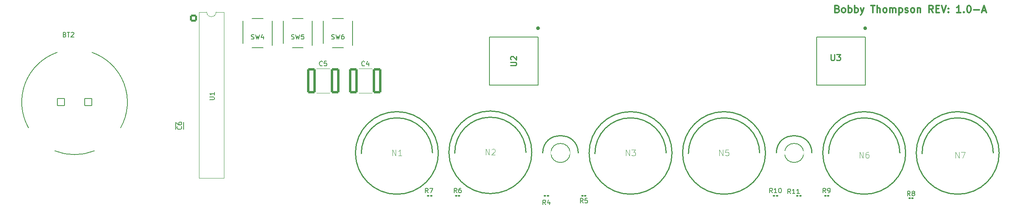
<source format=gto>
%TF.GenerationSoftware,KiCad,Pcbnew,9.0.4*%
%TF.CreationDate,2025-11-16T22:43:31-07:00*%
%TF.ProjectId,Nixie Clock ECE5930,4e697869-6520-4436-9c6f-636b20454345,rev?*%
%TF.SameCoordinates,Original*%
%TF.FileFunction,Legend,Top*%
%TF.FilePolarity,Positive*%
%FSLAX46Y46*%
G04 Gerber Fmt 4.6, Leading zero omitted, Abs format (unit mm)*
G04 Created by KiCad (PCBNEW 9.0.4) date 2025-11-16 22:43:31*
%MOMM*%
%LPD*%
G01*
G04 APERTURE LIST*
G04 Aperture macros list*
%AMRoundRect*
0 Rectangle with rounded corners*
0 $1 Rounding radius*
0 $2 $3 $4 $5 $6 $7 $8 $9 X,Y pos of 4 corners*
0 Add a 4 corners polygon primitive as box body*
4,1,4,$2,$3,$4,$5,$6,$7,$8,$9,$2,$3,0*
0 Add four circle primitives for the rounded corners*
1,1,$1+$1,$2,$3*
1,1,$1+$1,$4,$5*
1,1,$1+$1,$6,$7*
1,1,$1+$1,$8,$9*
0 Add four rect primitives between the rounded corners*
20,1,$1+$1,$2,$3,$4,$5,0*
20,1,$1+$1,$4,$5,$6,$7,0*
20,1,$1+$1,$6,$7,$8,$9,0*
20,1,$1+$1,$8,$9,$2,$3,0*%
G04 Aperture macros list end*
%ADD10C,0.300000*%
%ADD11C,0.254000*%
%ADD12C,0.150000*%
%ADD13C,0.101600*%
%ADD14C,0.200000*%
%ADD15C,0.400000*%
%ADD16C,0.127000*%
%ADD17C,0.152400*%
%ADD18C,0.120000*%
%ADD19C,1.107440*%
%ADD20C,0.000100*%
%ADD21C,0.001000*%
%ADD22R,0.600000X1.900000*%
%ADD23R,1.900000X0.600000*%
%ADD24RoundRect,0.102000X-0.760000X-0.760000X0.760000X-0.760000X0.760000X0.760000X-0.760000X0.760000X0*%
%ADD25C,1.346200*%
%ADD26C,2.100000*%
%ADD27RoundRect,0.100000X0.130000X0.100000X-0.130000X0.100000X-0.130000X-0.100000X0.130000X-0.100000X0*%
%ADD28RoundRect,0.100000X-0.130000X-0.100000X0.130000X-0.100000X0.130000X0.100000X-0.130000X0.100000X0*%
%ADD29R,1.498600X1.498600*%
%ADD30C,1.498600*%
%ADD31RoundRect,0.250000X-0.550000X-0.550000X0.550000X-0.550000X0.550000X0.550000X-0.550000X0.550000X0*%
%ADD32C,1.600000*%
%ADD33R,1.397000X0.965200*%
%ADD34RoundRect,0.250000X-0.650000X-2.450000X0.650000X-2.450000X0.650000X2.450000X-0.650000X2.450000X0*%
%ADD35O,5.204000X2.704000*%
%ADD36O,4.704000X2.454000*%
%ADD37O,2.454000X4.704000*%
%ADD38R,0.850000X0.850000*%
G04 APERTURE END LIST*
D10*
X204254510Y-23780114D02*
X204468796Y-23851542D01*
X204468796Y-23851542D02*
X204540225Y-23922971D01*
X204540225Y-23922971D02*
X204611653Y-24065828D01*
X204611653Y-24065828D02*
X204611653Y-24280114D01*
X204611653Y-24280114D02*
X204540225Y-24422971D01*
X204540225Y-24422971D02*
X204468796Y-24494400D01*
X204468796Y-24494400D02*
X204325939Y-24565828D01*
X204325939Y-24565828D02*
X203754510Y-24565828D01*
X203754510Y-24565828D02*
X203754510Y-23065828D01*
X203754510Y-23065828D02*
X204254510Y-23065828D01*
X204254510Y-23065828D02*
X204397368Y-23137257D01*
X204397368Y-23137257D02*
X204468796Y-23208685D01*
X204468796Y-23208685D02*
X204540225Y-23351542D01*
X204540225Y-23351542D02*
X204540225Y-23494400D01*
X204540225Y-23494400D02*
X204468796Y-23637257D01*
X204468796Y-23637257D02*
X204397368Y-23708685D01*
X204397368Y-23708685D02*
X204254510Y-23780114D01*
X204254510Y-23780114D02*
X203754510Y-23780114D01*
X205468796Y-24565828D02*
X205325939Y-24494400D01*
X205325939Y-24494400D02*
X205254510Y-24422971D01*
X205254510Y-24422971D02*
X205183082Y-24280114D01*
X205183082Y-24280114D02*
X205183082Y-23851542D01*
X205183082Y-23851542D02*
X205254510Y-23708685D01*
X205254510Y-23708685D02*
X205325939Y-23637257D01*
X205325939Y-23637257D02*
X205468796Y-23565828D01*
X205468796Y-23565828D02*
X205683082Y-23565828D01*
X205683082Y-23565828D02*
X205825939Y-23637257D01*
X205825939Y-23637257D02*
X205897368Y-23708685D01*
X205897368Y-23708685D02*
X205968796Y-23851542D01*
X205968796Y-23851542D02*
X205968796Y-24280114D01*
X205968796Y-24280114D02*
X205897368Y-24422971D01*
X205897368Y-24422971D02*
X205825939Y-24494400D01*
X205825939Y-24494400D02*
X205683082Y-24565828D01*
X205683082Y-24565828D02*
X205468796Y-24565828D01*
X206611653Y-24565828D02*
X206611653Y-23065828D01*
X206611653Y-23637257D02*
X206754511Y-23565828D01*
X206754511Y-23565828D02*
X207040225Y-23565828D01*
X207040225Y-23565828D02*
X207183082Y-23637257D01*
X207183082Y-23637257D02*
X207254511Y-23708685D01*
X207254511Y-23708685D02*
X207325939Y-23851542D01*
X207325939Y-23851542D02*
X207325939Y-24280114D01*
X207325939Y-24280114D02*
X207254511Y-24422971D01*
X207254511Y-24422971D02*
X207183082Y-24494400D01*
X207183082Y-24494400D02*
X207040225Y-24565828D01*
X207040225Y-24565828D02*
X206754511Y-24565828D01*
X206754511Y-24565828D02*
X206611653Y-24494400D01*
X207968796Y-24565828D02*
X207968796Y-23065828D01*
X207968796Y-23637257D02*
X208111654Y-23565828D01*
X208111654Y-23565828D02*
X208397368Y-23565828D01*
X208397368Y-23565828D02*
X208540225Y-23637257D01*
X208540225Y-23637257D02*
X208611654Y-23708685D01*
X208611654Y-23708685D02*
X208683082Y-23851542D01*
X208683082Y-23851542D02*
X208683082Y-24280114D01*
X208683082Y-24280114D02*
X208611654Y-24422971D01*
X208611654Y-24422971D02*
X208540225Y-24494400D01*
X208540225Y-24494400D02*
X208397368Y-24565828D01*
X208397368Y-24565828D02*
X208111654Y-24565828D01*
X208111654Y-24565828D02*
X207968796Y-24494400D01*
X209183082Y-23565828D02*
X209540225Y-24565828D01*
X209897368Y-23565828D02*
X209540225Y-24565828D01*
X209540225Y-24565828D02*
X209397368Y-24922971D01*
X209397368Y-24922971D02*
X209325939Y-24994400D01*
X209325939Y-24994400D02*
X209183082Y-25065828D01*
X211397368Y-23065828D02*
X212254511Y-23065828D01*
X211825939Y-24565828D02*
X211825939Y-23065828D01*
X212754510Y-24565828D02*
X212754510Y-23065828D01*
X213397368Y-24565828D02*
X213397368Y-23780114D01*
X213397368Y-23780114D02*
X213325939Y-23637257D01*
X213325939Y-23637257D02*
X213183082Y-23565828D01*
X213183082Y-23565828D02*
X212968796Y-23565828D01*
X212968796Y-23565828D02*
X212825939Y-23637257D01*
X212825939Y-23637257D02*
X212754510Y-23708685D01*
X214325939Y-24565828D02*
X214183082Y-24494400D01*
X214183082Y-24494400D02*
X214111653Y-24422971D01*
X214111653Y-24422971D02*
X214040225Y-24280114D01*
X214040225Y-24280114D02*
X214040225Y-23851542D01*
X214040225Y-23851542D02*
X214111653Y-23708685D01*
X214111653Y-23708685D02*
X214183082Y-23637257D01*
X214183082Y-23637257D02*
X214325939Y-23565828D01*
X214325939Y-23565828D02*
X214540225Y-23565828D01*
X214540225Y-23565828D02*
X214683082Y-23637257D01*
X214683082Y-23637257D02*
X214754511Y-23708685D01*
X214754511Y-23708685D02*
X214825939Y-23851542D01*
X214825939Y-23851542D02*
X214825939Y-24280114D01*
X214825939Y-24280114D02*
X214754511Y-24422971D01*
X214754511Y-24422971D02*
X214683082Y-24494400D01*
X214683082Y-24494400D02*
X214540225Y-24565828D01*
X214540225Y-24565828D02*
X214325939Y-24565828D01*
X215468796Y-24565828D02*
X215468796Y-23565828D01*
X215468796Y-23708685D02*
X215540225Y-23637257D01*
X215540225Y-23637257D02*
X215683082Y-23565828D01*
X215683082Y-23565828D02*
X215897368Y-23565828D01*
X215897368Y-23565828D02*
X216040225Y-23637257D01*
X216040225Y-23637257D02*
X216111654Y-23780114D01*
X216111654Y-23780114D02*
X216111654Y-24565828D01*
X216111654Y-23780114D02*
X216183082Y-23637257D01*
X216183082Y-23637257D02*
X216325939Y-23565828D01*
X216325939Y-23565828D02*
X216540225Y-23565828D01*
X216540225Y-23565828D02*
X216683082Y-23637257D01*
X216683082Y-23637257D02*
X216754511Y-23780114D01*
X216754511Y-23780114D02*
X216754511Y-24565828D01*
X217468796Y-23565828D02*
X217468796Y-25065828D01*
X217468796Y-23637257D02*
X217611654Y-23565828D01*
X217611654Y-23565828D02*
X217897368Y-23565828D01*
X217897368Y-23565828D02*
X218040225Y-23637257D01*
X218040225Y-23637257D02*
X218111654Y-23708685D01*
X218111654Y-23708685D02*
X218183082Y-23851542D01*
X218183082Y-23851542D02*
X218183082Y-24280114D01*
X218183082Y-24280114D02*
X218111654Y-24422971D01*
X218111654Y-24422971D02*
X218040225Y-24494400D01*
X218040225Y-24494400D02*
X217897368Y-24565828D01*
X217897368Y-24565828D02*
X217611654Y-24565828D01*
X217611654Y-24565828D02*
X217468796Y-24494400D01*
X218754511Y-24494400D02*
X218897368Y-24565828D01*
X218897368Y-24565828D02*
X219183082Y-24565828D01*
X219183082Y-24565828D02*
X219325939Y-24494400D01*
X219325939Y-24494400D02*
X219397368Y-24351542D01*
X219397368Y-24351542D02*
X219397368Y-24280114D01*
X219397368Y-24280114D02*
X219325939Y-24137257D01*
X219325939Y-24137257D02*
X219183082Y-24065828D01*
X219183082Y-24065828D02*
X218968797Y-24065828D01*
X218968797Y-24065828D02*
X218825939Y-23994400D01*
X218825939Y-23994400D02*
X218754511Y-23851542D01*
X218754511Y-23851542D02*
X218754511Y-23780114D01*
X218754511Y-23780114D02*
X218825939Y-23637257D01*
X218825939Y-23637257D02*
X218968797Y-23565828D01*
X218968797Y-23565828D02*
X219183082Y-23565828D01*
X219183082Y-23565828D02*
X219325939Y-23637257D01*
X220254511Y-24565828D02*
X220111654Y-24494400D01*
X220111654Y-24494400D02*
X220040225Y-24422971D01*
X220040225Y-24422971D02*
X219968797Y-24280114D01*
X219968797Y-24280114D02*
X219968797Y-23851542D01*
X219968797Y-23851542D02*
X220040225Y-23708685D01*
X220040225Y-23708685D02*
X220111654Y-23637257D01*
X220111654Y-23637257D02*
X220254511Y-23565828D01*
X220254511Y-23565828D02*
X220468797Y-23565828D01*
X220468797Y-23565828D02*
X220611654Y-23637257D01*
X220611654Y-23637257D02*
X220683083Y-23708685D01*
X220683083Y-23708685D02*
X220754511Y-23851542D01*
X220754511Y-23851542D02*
X220754511Y-24280114D01*
X220754511Y-24280114D02*
X220683083Y-24422971D01*
X220683083Y-24422971D02*
X220611654Y-24494400D01*
X220611654Y-24494400D02*
X220468797Y-24565828D01*
X220468797Y-24565828D02*
X220254511Y-24565828D01*
X221397368Y-23565828D02*
X221397368Y-24565828D01*
X221397368Y-23708685D02*
X221468797Y-23637257D01*
X221468797Y-23637257D02*
X221611654Y-23565828D01*
X221611654Y-23565828D02*
X221825940Y-23565828D01*
X221825940Y-23565828D02*
X221968797Y-23637257D01*
X221968797Y-23637257D02*
X222040226Y-23780114D01*
X222040226Y-23780114D02*
X222040226Y-24565828D01*
X224754511Y-24565828D02*
X224254511Y-23851542D01*
X223897368Y-24565828D02*
X223897368Y-23065828D01*
X223897368Y-23065828D02*
X224468797Y-23065828D01*
X224468797Y-23065828D02*
X224611654Y-23137257D01*
X224611654Y-23137257D02*
X224683083Y-23208685D01*
X224683083Y-23208685D02*
X224754511Y-23351542D01*
X224754511Y-23351542D02*
X224754511Y-23565828D01*
X224754511Y-23565828D02*
X224683083Y-23708685D01*
X224683083Y-23708685D02*
X224611654Y-23780114D01*
X224611654Y-23780114D02*
X224468797Y-23851542D01*
X224468797Y-23851542D02*
X223897368Y-23851542D01*
X225397368Y-23780114D02*
X225897368Y-23780114D01*
X226111654Y-24565828D02*
X225397368Y-24565828D01*
X225397368Y-24565828D02*
X225397368Y-23065828D01*
X225397368Y-23065828D02*
X226111654Y-23065828D01*
X226540226Y-23065828D02*
X227040226Y-24565828D01*
X227040226Y-24565828D02*
X227540226Y-23065828D01*
X228040225Y-24422971D02*
X228111654Y-24494400D01*
X228111654Y-24494400D02*
X228040225Y-24565828D01*
X228040225Y-24565828D02*
X227968797Y-24494400D01*
X227968797Y-24494400D02*
X228040225Y-24422971D01*
X228040225Y-24422971D02*
X228040225Y-24565828D01*
X228040225Y-23637257D02*
X228111654Y-23708685D01*
X228111654Y-23708685D02*
X228040225Y-23780114D01*
X228040225Y-23780114D02*
X227968797Y-23708685D01*
X227968797Y-23708685D02*
X228040225Y-23637257D01*
X228040225Y-23637257D02*
X228040225Y-23780114D01*
X230683083Y-24565828D02*
X229825940Y-24565828D01*
X230254511Y-24565828D02*
X230254511Y-23065828D01*
X230254511Y-23065828D02*
X230111654Y-23280114D01*
X230111654Y-23280114D02*
X229968797Y-23422971D01*
X229968797Y-23422971D02*
X229825940Y-23494400D01*
X231325939Y-24422971D02*
X231397368Y-24494400D01*
X231397368Y-24494400D02*
X231325939Y-24565828D01*
X231325939Y-24565828D02*
X231254511Y-24494400D01*
X231254511Y-24494400D02*
X231325939Y-24422971D01*
X231325939Y-24422971D02*
X231325939Y-24565828D01*
X232325940Y-23065828D02*
X232468797Y-23065828D01*
X232468797Y-23065828D02*
X232611654Y-23137257D01*
X232611654Y-23137257D02*
X232683083Y-23208685D01*
X232683083Y-23208685D02*
X232754511Y-23351542D01*
X232754511Y-23351542D02*
X232825940Y-23637257D01*
X232825940Y-23637257D02*
X232825940Y-23994400D01*
X232825940Y-23994400D02*
X232754511Y-24280114D01*
X232754511Y-24280114D02*
X232683083Y-24422971D01*
X232683083Y-24422971D02*
X232611654Y-24494400D01*
X232611654Y-24494400D02*
X232468797Y-24565828D01*
X232468797Y-24565828D02*
X232325940Y-24565828D01*
X232325940Y-24565828D02*
X232183083Y-24494400D01*
X232183083Y-24494400D02*
X232111654Y-24422971D01*
X232111654Y-24422971D02*
X232040225Y-24280114D01*
X232040225Y-24280114D02*
X231968797Y-23994400D01*
X231968797Y-23994400D02*
X231968797Y-23637257D01*
X231968797Y-23637257D02*
X232040225Y-23351542D01*
X232040225Y-23351542D02*
X232111654Y-23208685D01*
X232111654Y-23208685D02*
X232183083Y-23137257D01*
X232183083Y-23137257D02*
X232325940Y-23065828D01*
X233468796Y-23994400D02*
X234611654Y-23994400D01*
X235254511Y-24137257D02*
X235968797Y-24137257D01*
X235111654Y-24565828D02*
X235611654Y-23065828D01*
X235611654Y-23065828D02*
X236111654Y-24565828D01*
D11*
X134304318Y-35967619D02*
X135332413Y-35967619D01*
X135332413Y-35967619D02*
X135453365Y-35907142D01*
X135453365Y-35907142D02*
X135513842Y-35846666D01*
X135513842Y-35846666D02*
X135574318Y-35725714D01*
X135574318Y-35725714D02*
X135574318Y-35483809D01*
X135574318Y-35483809D02*
X135513842Y-35362857D01*
X135513842Y-35362857D02*
X135453365Y-35302380D01*
X135453365Y-35302380D02*
X135332413Y-35241904D01*
X135332413Y-35241904D02*
X134304318Y-35241904D01*
X134425270Y-34697619D02*
X134364794Y-34637143D01*
X134364794Y-34637143D02*
X134304318Y-34516190D01*
X134304318Y-34516190D02*
X134304318Y-34213809D01*
X134304318Y-34213809D02*
X134364794Y-34092857D01*
X134364794Y-34092857D02*
X134425270Y-34032381D01*
X134425270Y-34032381D02*
X134546222Y-33971904D01*
X134546222Y-33971904D02*
X134667175Y-33971904D01*
X134667175Y-33971904D02*
X134848603Y-34032381D01*
X134848603Y-34032381D02*
X135574318Y-34758095D01*
X135574318Y-34758095D02*
X135574318Y-33971904D01*
D12*
X38914285Y-29309809D02*
X39057142Y-29357428D01*
X39057142Y-29357428D02*
X39104761Y-29405047D01*
X39104761Y-29405047D02*
X39152380Y-29500285D01*
X39152380Y-29500285D02*
X39152380Y-29643142D01*
X39152380Y-29643142D02*
X39104761Y-29738380D01*
X39104761Y-29738380D02*
X39057142Y-29786000D01*
X39057142Y-29786000D02*
X38961904Y-29833619D01*
X38961904Y-29833619D02*
X38580952Y-29833619D01*
X38580952Y-29833619D02*
X38580952Y-28833619D01*
X38580952Y-28833619D02*
X38914285Y-28833619D01*
X38914285Y-28833619D02*
X39009523Y-28881238D01*
X39009523Y-28881238D02*
X39057142Y-28928857D01*
X39057142Y-28928857D02*
X39104761Y-29024095D01*
X39104761Y-29024095D02*
X39104761Y-29119333D01*
X39104761Y-29119333D02*
X39057142Y-29214571D01*
X39057142Y-29214571D02*
X39009523Y-29262190D01*
X39009523Y-29262190D02*
X38914285Y-29309809D01*
X38914285Y-29309809D02*
X38580952Y-29309809D01*
X39438095Y-28833619D02*
X40009523Y-28833619D01*
X39723809Y-29833619D02*
X39723809Y-28833619D01*
X40295238Y-28928857D02*
X40342857Y-28881238D01*
X40342857Y-28881238D02*
X40438095Y-28833619D01*
X40438095Y-28833619D02*
X40676190Y-28833619D01*
X40676190Y-28833619D02*
X40771428Y-28881238D01*
X40771428Y-28881238D02*
X40819047Y-28928857D01*
X40819047Y-28928857D02*
X40866666Y-29024095D01*
X40866666Y-29024095D02*
X40866666Y-29119333D01*
X40866666Y-29119333D02*
X40819047Y-29262190D01*
X40819047Y-29262190D02*
X40247619Y-29833619D01*
X40247619Y-29833619D02*
X40866666Y-29833619D01*
D13*
X229537380Y-55827242D02*
X229537380Y-54557242D01*
X229537380Y-54557242D02*
X230263095Y-55827242D01*
X230263095Y-55827242D02*
X230263095Y-54557242D01*
X230746904Y-54557242D02*
X231593571Y-54557242D01*
X231593571Y-54557242D02*
X231049285Y-55827242D01*
X159032380Y-55332242D02*
X159032380Y-54062242D01*
X159032380Y-54062242D02*
X159758095Y-55332242D01*
X159758095Y-55332242D02*
X159758095Y-54062242D01*
X160241904Y-54062242D02*
X161028095Y-54062242D01*
X161028095Y-54062242D02*
X160604761Y-54546051D01*
X160604761Y-54546051D02*
X160786190Y-54546051D01*
X160786190Y-54546051D02*
X160907142Y-54606527D01*
X160907142Y-54606527D02*
X160967618Y-54667004D01*
X160967618Y-54667004D02*
X161028095Y-54787956D01*
X161028095Y-54787956D02*
X161028095Y-55090337D01*
X161028095Y-55090337D02*
X160967618Y-55211289D01*
X160967618Y-55211289D02*
X160907142Y-55271766D01*
X160907142Y-55271766D02*
X160786190Y-55332242D01*
X160786190Y-55332242D02*
X160423333Y-55332242D01*
X160423333Y-55332242D02*
X160302380Y-55271766D01*
X160302380Y-55271766D02*
X160241904Y-55211289D01*
D12*
X219833333Y-63954819D02*
X219500000Y-63478628D01*
X219261905Y-63954819D02*
X219261905Y-62954819D01*
X219261905Y-62954819D02*
X219642857Y-62954819D01*
X219642857Y-62954819D02*
X219738095Y-63002438D01*
X219738095Y-63002438D02*
X219785714Y-63050057D01*
X219785714Y-63050057D02*
X219833333Y-63145295D01*
X219833333Y-63145295D02*
X219833333Y-63288152D01*
X219833333Y-63288152D02*
X219785714Y-63383390D01*
X219785714Y-63383390D02*
X219738095Y-63431009D01*
X219738095Y-63431009D02*
X219642857Y-63478628D01*
X219642857Y-63478628D02*
X219261905Y-63478628D01*
X220404762Y-63383390D02*
X220309524Y-63335771D01*
X220309524Y-63335771D02*
X220261905Y-63288152D01*
X220261905Y-63288152D02*
X220214286Y-63192914D01*
X220214286Y-63192914D02*
X220214286Y-63145295D01*
X220214286Y-63145295D02*
X220261905Y-63050057D01*
X220261905Y-63050057D02*
X220309524Y-63002438D01*
X220309524Y-63002438D02*
X220404762Y-62954819D01*
X220404762Y-62954819D02*
X220595238Y-62954819D01*
X220595238Y-62954819D02*
X220690476Y-63002438D01*
X220690476Y-63002438D02*
X220738095Y-63050057D01*
X220738095Y-63050057D02*
X220785714Y-63145295D01*
X220785714Y-63145295D02*
X220785714Y-63192914D01*
X220785714Y-63192914D02*
X220738095Y-63288152D01*
X220738095Y-63288152D02*
X220690476Y-63335771D01*
X220690476Y-63335771D02*
X220595238Y-63383390D01*
X220595238Y-63383390D02*
X220404762Y-63383390D01*
X220404762Y-63383390D02*
X220309524Y-63431009D01*
X220309524Y-63431009D02*
X220261905Y-63478628D01*
X220261905Y-63478628D02*
X220214286Y-63573866D01*
X220214286Y-63573866D02*
X220214286Y-63764342D01*
X220214286Y-63764342D02*
X220261905Y-63859580D01*
X220261905Y-63859580D02*
X220309524Y-63907200D01*
X220309524Y-63907200D02*
X220404762Y-63954819D01*
X220404762Y-63954819D02*
X220595238Y-63954819D01*
X220595238Y-63954819D02*
X220690476Y-63907200D01*
X220690476Y-63907200D02*
X220738095Y-63859580D01*
X220738095Y-63859580D02*
X220785714Y-63764342D01*
X220785714Y-63764342D02*
X220785714Y-63573866D01*
X220785714Y-63573866D02*
X220738095Y-63478628D01*
X220738095Y-63478628D02*
X220690476Y-63431009D01*
X220690476Y-63431009D02*
X220595238Y-63383390D01*
D13*
X109032380Y-55332242D02*
X109032380Y-54062242D01*
X109032380Y-54062242D02*
X109758095Y-55332242D01*
X109758095Y-55332242D02*
X109758095Y-54062242D01*
X111028095Y-55332242D02*
X110302380Y-55332242D01*
X110665237Y-55332242D02*
X110665237Y-54062242D01*
X110665237Y-54062242D02*
X110544285Y-54243670D01*
X110544285Y-54243670D02*
X110423333Y-54364623D01*
X110423333Y-54364623D02*
X110302380Y-54425099D01*
D12*
X194247142Y-63484819D02*
X193913809Y-63008628D01*
X193675714Y-63484819D02*
X193675714Y-62484819D01*
X193675714Y-62484819D02*
X194056666Y-62484819D01*
X194056666Y-62484819D02*
X194151904Y-62532438D01*
X194151904Y-62532438D02*
X194199523Y-62580057D01*
X194199523Y-62580057D02*
X194247142Y-62675295D01*
X194247142Y-62675295D02*
X194247142Y-62818152D01*
X194247142Y-62818152D02*
X194199523Y-62913390D01*
X194199523Y-62913390D02*
X194151904Y-62961009D01*
X194151904Y-62961009D02*
X194056666Y-63008628D01*
X194056666Y-63008628D02*
X193675714Y-63008628D01*
X195199523Y-63484819D02*
X194628095Y-63484819D01*
X194913809Y-63484819D02*
X194913809Y-62484819D01*
X194913809Y-62484819D02*
X194818571Y-62627676D01*
X194818571Y-62627676D02*
X194723333Y-62722914D01*
X194723333Y-62722914D02*
X194628095Y-62770533D01*
X196151904Y-63484819D02*
X195580476Y-63484819D01*
X195866190Y-63484819D02*
X195866190Y-62484819D01*
X195866190Y-62484819D02*
X195770952Y-62627676D01*
X195770952Y-62627676D02*
X195675714Y-62722914D01*
X195675714Y-62722914D02*
X195580476Y-62770533D01*
X201763333Y-63319819D02*
X201430000Y-62843628D01*
X201191905Y-63319819D02*
X201191905Y-62319819D01*
X201191905Y-62319819D02*
X201572857Y-62319819D01*
X201572857Y-62319819D02*
X201668095Y-62367438D01*
X201668095Y-62367438D02*
X201715714Y-62415057D01*
X201715714Y-62415057D02*
X201763333Y-62510295D01*
X201763333Y-62510295D02*
X201763333Y-62653152D01*
X201763333Y-62653152D02*
X201715714Y-62748390D01*
X201715714Y-62748390D02*
X201668095Y-62796009D01*
X201668095Y-62796009D02*
X201572857Y-62843628D01*
X201572857Y-62843628D02*
X201191905Y-62843628D01*
X202239524Y-63319819D02*
X202430000Y-63319819D01*
X202430000Y-63319819D02*
X202525238Y-63272200D01*
X202525238Y-63272200D02*
X202572857Y-63224580D01*
X202572857Y-63224580D02*
X202668095Y-63081723D01*
X202668095Y-63081723D02*
X202715714Y-62891247D01*
X202715714Y-62891247D02*
X202715714Y-62510295D01*
X202715714Y-62510295D02*
X202668095Y-62415057D01*
X202668095Y-62415057D02*
X202620476Y-62367438D01*
X202620476Y-62367438D02*
X202525238Y-62319819D01*
X202525238Y-62319819D02*
X202334762Y-62319819D01*
X202334762Y-62319819D02*
X202239524Y-62367438D01*
X202239524Y-62367438D02*
X202191905Y-62415057D01*
X202191905Y-62415057D02*
X202144286Y-62510295D01*
X202144286Y-62510295D02*
X202144286Y-62748390D01*
X202144286Y-62748390D02*
X202191905Y-62843628D01*
X202191905Y-62843628D02*
X202239524Y-62891247D01*
X202239524Y-62891247D02*
X202334762Y-62938866D01*
X202334762Y-62938866D02*
X202525238Y-62938866D01*
X202525238Y-62938866D02*
X202620476Y-62891247D01*
X202620476Y-62891247D02*
X202668095Y-62843628D01*
X202668095Y-62843628D02*
X202715714Y-62748390D01*
X96031665Y-30252200D02*
X96174522Y-30299819D01*
X96174522Y-30299819D02*
X96412617Y-30299819D01*
X96412617Y-30299819D02*
X96507855Y-30252200D01*
X96507855Y-30252200D02*
X96555474Y-30204580D01*
X96555474Y-30204580D02*
X96603093Y-30109342D01*
X96603093Y-30109342D02*
X96603093Y-30014104D01*
X96603093Y-30014104D02*
X96555474Y-29918866D01*
X96555474Y-29918866D02*
X96507855Y-29871247D01*
X96507855Y-29871247D02*
X96412617Y-29823628D01*
X96412617Y-29823628D02*
X96222141Y-29776009D01*
X96222141Y-29776009D02*
X96126903Y-29728390D01*
X96126903Y-29728390D02*
X96079284Y-29680771D01*
X96079284Y-29680771D02*
X96031665Y-29585533D01*
X96031665Y-29585533D02*
X96031665Y-29490295D01*
X96031665Y-29490295D02*
X96079284Y-29395057D01*
X96079284Y-29395057D02*
X96126903Y-29347438D01*
X96126903Y-29347438D02*
X96222141Y-29299819D01*
X96222141Y-29299819D02*
X96460236Y-29299819D01*
X96460236Y-29299819D02*
X96603093Y-29347438D01*
X96936427Y-29299819D02*
X97174522Y-30299819D01*
X97174522Y-30299819D02*
X97364998Y-29585533D01*
X97364998Y-29585533D02*
X97555474Y-30299819D01*
X97555474Y-30299819D02*
X97793570Y-29299819D01*
X98603093Y-29299819D02*
X98412617Y-29299819D01*
X98412617Y-29299819D02*
X98317379Y-29347438D01*
X98317379Y-29347438D02*
X98269760Y-29395057D01*
X98269760Y-29395057D02*
X98174522Y-29537914D01*
X98174522Y-29537914D02*
X98126903Y-29728390D01*
X98126903Y-29728390D02*
X98126903Y-30109342D01*
X98126903Y-30109342D02*
X98174522Y-30204580D01*
X98174522Y-30204580D02*
X98222141Y-30252200D01*
X98222141Y-30252200D02*
X98317379Y-30299819D01*
X98317379Y-30299819D02*
X98507855Y-30299819D01*
X98507855Y-30299819D02*
X98603093Y-30252200D01*
X98603093Y-30252200D02*
X98650712Y-30204580D01*
X98650712Y-30204580D02*
X98698331Y-30109342D01*
X98698331Y-30109342D02*
X98698331Y-29871247D01*
X98698331Y-29871247D02*
X98650712Y-29776009D01*
X98650712Y-29776009D02*
X98603093Y-29728390D01*
X98603093Y-29728390D02*
X98507855Y-29680771D01*
X98507855Y-29680771D02*
X98317379Y-29680771D01*
X98317379Y-29680771D02*
X98222141Y-29728390D01*
X98222141Y-29728390D02*
X98174522Y-29776009D01*
X98174522Y-29776009D02*
X98126903Y-29871247D01*
D13*
X129032380Y-55192242D02*
X129032380Y-53922242D01*
X129032380Y-53922242D02*
X129758095Y-55192242D01*
X129758095Y-55192242D02*
X129758095Y-53922242D01*
X130302380Y-54043194D02*
X130362856Y-53982718D01*
X130362856Y-53982718D02*
X130483809Y-53922242D01*
X130483809Y-53922242D02*
X130786190Y-53922242D01*
X130786190Y-53922242D02*
X130907142Y-53982718D01*
X130907142Y-53982718D02*
X130967618Y-54043194D01*
X130967618Y-54043194D02*
X131028095Y-54164146D01*
X131028095Y-54164146D02*
X131028095Y-54285099D01*
X131028095Y-54285099D02*
X130967618Y-54466527D01*
X130967618Y-54466527D02*
X130241904Y-55192242D01*
X130241904Y-55192242D02*
X131028095Y-55192242D01*
D12*
X190357142Y-63319819D02*
X190023809Y-62843628D01*
X189785714Y-63319819D02*
X189785714Y-62319819D01*
X189785714Y-62319819D02*
X190166666Y-62319819D01*
X190166666Y-62319819D02*
X190261904Y-62367438D01*
X190261904Y-62367438D02*
X190309523Y-62415057D01*
X190309523Y-62415057D02*
X190357142Y-62510295D01*
X190357142Y-62510295D02*
X190357142Y-62653152D01*
X190357142Y-62653152D02*
X190309523Y-62748390D01*
X190309523Y-62748390D02*
X190261904Y-62796009D01*
X190261904Y-62796009D02*
X190166666Y-62843628D01*
X190166666Y-62843628D02*
X189785714Y-62843628D01*
X191309523Y-63319819D02*
X190738095Y-63319819D01*
X191023809Y-63319819D02*
X191023809Y-62319819D01*
X191023809Y-62319819D02*
X190928571Y-62462676D01*
X190928571Y-62462676D02*
X190833333Y-62557914D01*
X190833333Y-62557914D02*
X190738095Y-62605533D01*
X191928571Y-62319819D02*
X192023809Y-62319819D01*
X192023809Y-62319819D02*
X192119047Y-62367438D01*
X192119047Y-62367438D02*
X192166666Y-62415057D01*
X192166666Y-62415057D02*
X192214285Y-62510295D01*
X192214285Y-62510295D02*
X192261904Y-62700771D01*
X192261904Y-62700771D02*
X192261904Y-62938866D01*
X192261904Y-62938866D02*
X192214285Y-63129342D01*
X192214285Y-63129342D02*
X192166666Y-63224580D01*
X192166666Y-63224580D02*
X192119047Y-63272200D01*
X192119047Y-63272200D02*
X192023809Y-63319819D01*
X192023809Y-63319819D02*
X191928571Y-63319819D01*
X191928571Y-63319819D02*
X191833333Y-63272200D01*
X191833333Y-63272200D02*
X191785714Y-63224580D01*
X191785714Y-63224580D02*
X191738095Y-63129342D01*
X191738095Y-63129342D02*
X191690476Y-62938866D01*
X191690476Y-62938866D02*
X191690476Y-62700771D01*
X191690476Y-62700771D02*
X191738095Y-62510295D01*
X191738095Y-62510295D02*
X191785714Y-62415057D01*
X191785714Y-62415057D02*
X191833333Y-62367438D01*
X191833333Y-62367438D02*
X191928571Y-62319819D01*
X149833333Y-65504819D02*
X149500000Y-65028628D01*
X149261905Y-65504819D02*
X149261905Y-64504819D01*
X149261905Y-64504819D02*
X149642857Y-64504819D01*
X149642857Y-64504819D02*
X149738095Y-64552438D01*
X149738095Y-64552438D02*
X149785714Y-64600057D01*
X149785714Y-64600057D02*
X149833333Y-64695295D01*
X149833333Y-64695295D02*
X149833333Y-64838152D01*
X149833333Y-64838152D02*
X149785714Y-64933390D01*
X149785714Y-64933390D02*
X149738095Y-64981009D01*
X149738095Y-64981009D02*
X149642857Y-65028628D01*
X149642857Y-65028628D02*
X149261905Y-65028628D01*
X150738095Y-64504819D02*
X150261905Y-64504819D01*
X150261905Y-64504819D02*
X150214286Y-64981009D01*
X150214286Y-64981009D02*
X150261905Y-64933390D01*
X150261905Y-64933390D02*
X150357143Y-64885771D01*
X150357143Y-64885771D02*
X150595238Y-64885771D01*
X150595238Y-64885771D02*
X150690476Y-64933390D01*
X150690476Y-64933390D02*
X150738095Y-64981009D01*
X150738095Y-64981009D02*
X150785714Y-65076247D01*
X150785714Y-65076247D02*
X150785714Y-65314342D01*
X150785714Y-65314342D02*
X150738095Y-65409580D01*
X150738095Y-65409580D02*
X150690476Y-65457200D01*
X150690476Y-65457200D02*
X150595238Y-65504819D01*
X150595238Y-65504819D02*
X150357143Y-65504819D01*
X150357143Y-65504819D02*
X150261905Y-65457200D01*
X150261905Y-65457200D02*
X150214286Y-65409580D01*
X69939819Y-43306904D02*
X70749342Y-43306904D01*
X70749342Y-43306904D02*
X70844580Y-43259285D01*
X70844580Y-43259285D02*
X70892200Y-43211666D01*
X70892200Y-43211666D02*
X70939819Y-43116428D01*
X70939819Y-43116428D02*
X70939819Y-42925952D01*
X70939819Y-42925952D02*
X70892200Y-42830714D01*
X70892200Y-42830714D02*
X70844580Y-42783095D01*
X70844580Y-42783095D02*
X70749342Y-42735476D01*
X70749342Y-42735476D02*
X69939819Y-42735476D01*
X70939819Y-41735476D02*
X70939819Y-42306904D01*
X70939819Y-42021190D02*
X69939819Y-42021190D01*
X69939819Y-42021190D02*
X70082676Y-42116428D01*
X70082676Y-42116428D02*
X70177914Y-42211666D01*
X70177914Y-42211666D02*
X70225533Y-42306904D01*
X63859580Y-49061666D02*
X63907200Y-49109285D01*
X63907200Y-49109285D02*
X63954819Y-49252142D01*
X63954819Y-49252142D02*
X63954819Y-49347380D01*
X63954819Y-49347380D02*
X63907200Y-49490237D01*
X63907200Y-49490237D02*
X63811961Y-49585475D01*
X63811961Y-49585475D02*
X63716723Y-49633094D01*
X63716723Y-49633094D02*
X63526247Y-49680713D01*
X63526247Y-49680713D02*
X63383390Y-49680713D01*
X63383390Y-49680713D02*
X63192914Y-49633094D01*
X63192914Y-49633094D02*
X63097676Y-49585475D01*
X63097676Y-49585475D02*
X63002438Y-49490237D01*
X63002438Y-49490237D02*
X62954819Y-49347380D01*
X62954819Y-49347380D02*
X62954819Y-49252142D01*
X62954819Y-49252142D02*
X63002438Y-49109285D01*
X63002438Y-49109285D02*
X63050057Y-49061666D01*
X62954819Y-48204523D02*
X62954819Y-48394999D01*
X62954819Y-48394999D02*
X63002438Y-48490237D01*
X63002438Y-48490237D02*
X63050057Y-48537856D01*
X63050057Y-48537856D02*
X63192914Y-48633094D01*
X63192914Y-48633094D02*
X63383390Y-48680713D01*
X63383390Y-48680713D02*
X63764342Y-48680713D01*
X63764342Y-48680713D02*
X63859580Y-48633094D01*
X63859580Y-48633094D02*
X63907200Y-48585475D01*
X63907200Y-48585475D02*
X63954819Y-48490237D01*
X63954819Y-48490237D02*
X63954819Y-48299761D01*
X63954819Y-48299761D02*
X63907200Y-48204523D01*
X63907200Y-48204523D02*
X63859580Y-48156904D01*
X63859580Y-48156904D02*
X63764342Y-48109285D01*
X63764342Y-48109285D02*
X63526247Y-48109285D01*
X63526247Y-48109285D02*
X63431009Y-48156904D01*
X63431009Y-48156904D02*
X63383390Y-48204523D01*
X63383390Y-48204523D02*
X63335771Y-48299761D01*
X63335771Y-48299761D02*
X63335771Y-48490237D01*
X63335771Y-48490237D02*
X63383390Y-48585475D01*
X63383390Y-48585475D02*
X63431009Y-48633094D01*
X63431009Y-48633094D02*
X63526247Y-48680713D01*
X141833333Y-65859819D02*
X141500000Y-65383628D01*
X141261905Y-65859819D02*
X141261905Y-64859819D01*
X141261905Y-64859819D02*
X141642857Y-64859819D01*
X141642857Y-64859819D02*
X141738095Y-64907438D01*
X141738095Y-64907438D02*
X141785714Y-64955057D01*
X141785714Y-64955057D02*
X141833333Y-65050295D01*
X141833333Y-65050295D02*
X141833333Y-65193152D01*
X141833333Y-65193152D02*
X141785714Y-65288390D01*
X141785714Y-65288390D02*
X141738095Y-65336009D01*
X141738095Y-65336009D02*
X141642857Y-65383628D01*
X141642857Y-65383628D02*
X141261905Y-65383628D01*
X142690476Y-65193152D02*
X142690476Y-65859819D01*
X142452381Y-64812200D02*
X142214286Y-65526485D01*
X142214286Y-65526485D02*
X142833333Y-65526485D01*
D13*
X209032380Y-55827242D02*
X209032380Y-54557242D01*
X209032380Y-54557242D02*
X209758095Y-55827242D01*
X209758095Y-55827242D02*
X209758095Y-54557242D01*
X210907142Y-54557242D02*
X210665237Y-54557242D01*
X210665237Y-54557242D02*
X210544285Y-54617718D01*
X210544285Y-54617718D02*
X210483809Y-54678194D01*
X210483809Y-54678194D02*
X210362856Y-54859623D01*
X210362856Y-54859623D02*
X210302380Y-55101527D01*
X210302380Y-55101527D02*
X210302380Y-55585337D01*
X210302380Y-55585337D02*
X210362856Y-55706289D01*
X210362856Y-55706289D02*
X210423333Y-55766766D01*
X210423333Y-55766766D02*
X210544285Y-55827242D01*
X210544285Y-55827242D02*
X210786190Y-55827242D01*
X210786190Y-55827242D02*
X210907142Y-55766766D01*
X210907142Y-55766766D02*
X210967618Y-55706289D01*
X210967618Y-55706289D02*
X211028095Y-55585337D01*
X211028095Y-55585337D02*
X211028095Y-55282956D01*
X211028095Y-55282956D02*
X210967618Y-55162004D01*
X210967618Y-55162004D02*
X210907142Y-55101527D01*
X210907142Y-55101527D02*
X210786190Y-55041051D01*
X210786190Y-55041051D02*
X210544285Y-55041051D01*
X210544285Y-55041051D02*
X210423333Y-55101527D01*
X210423333Y-55101527D02*
X210362856Y-55162004D01*
X210362856Y-55162004D02*
X210302380Y-55282956D01*
D12*
X116673333Y-63319819D02*
X116340000Y-62843628D01*
X116101905Y-63319819D02*
X116101905Y-62319819D01*
X116101905Y-62319819D02*
X116482857Y-62319819D01*
X116482857Y-62319819D02*
X116578095Y-62367438D01*
X116578095Y-62367438D02*
X116625714Y-62415057D01*
X116625714Y-62415057D02*
X116673333Y-62510295D01*
X116673333Y-62510295D02*
X116673333Y-62653152D01*
X116673333Y-62653152D02*
X116625714Y-62748390D01*
X116625714Y-62748390D02*
X116578095Y-62796009D01*
X116578095Y-62796009D02*
X116482857Y-62843628D01*
X116482857Y-62843628D02*
X116101905Y-62843628D01*
X117006667Y-62319819D02*
X117673333Y-62319819D01*
X117673333Y-62319819D02*
X117244762Y-63319819D01*
D11*
X202867380Y-33594318D02*
X202867380Y-34622413D01*
X202867380Y-34622413D02*
X202927857Y-34743365D01*
X202927857Y-34743365D02*
X202988333Y-34803842D01*
X202988333Y-34803842D02*
X203109285Y-34864318D01*
X203109285Y-34864318D02*
X203351190Y-34864318D01*
X203351190Y-34864318D02*
X203472142Y-34803842D01*
X203472142Y-34803842D02*
X203532619Y-34743365D01*
X203532619Y-34743365D02*
X203593095Y-34622413D01*
X203593095Y-34622413D02*
X203593095Y-33594318D01*
X204076904Y-33594318D02*
X204863095Y-33594318D01*
X204863095Y-33594318D02*
X204439761Y-34078127D01*
X204439761Y-34078127D02*
X204621190Y-34078127D01*
X204621190Y-34078127D02*
X204742142Y-34138603D01*
X204742142Y-34138603D02*
X204802618Y-34199080D01*
X204802618Y-34199080D02*
X204863095Y-34320032D01*
X204863095Y-34320032D02*
X204863095Y-34622413D01*
X204863095Y-34622413D02*
X204802618Y-34743365D01*
X204802618Y-34743365D02*
X204742142Y-34803842D01*
X204742142Y-34803842D02*
X204621190Y-34864318D01*
X204621190Y-34864318D02*
X204258333Y-34864318D01*
X204258333Y-34864318D02*
X204137380Y-34803842D01*
X204137380Y-34803842D02*
X204076904Y-34743365D01*
D12*
X94057333Y-35952580D02*
X94009714Y-36000200D01*
X94009714Y-36000200D02*
X93866857Y-36047819D01*
X93866857Y-36047819D02*
X93771619Y-36047819D01*
X93771619Y-36047819D02*
X93628762Y-36000200D01*
X93628762Y-36000200D02*
X93533524Y-35904961D01*
X93533524Y-35904961D02*
X93485905Y-35809723D01*
X93485905Y-35809723D02*
X93438286Y-35619247D01*
X93438286Y-35619247D02*
X93438286Y-35476390D01*
X93438286Y-35476390D02*
X93485905Y-35285914D01*
X93485905Y-35285914D02*
X93533524Y-35190676D01*
X93533524Y-35190676D02*
X93628762Y-35095438D01*
X93628762Y-35095438D02*
X93771619Y-35047819D01*
X93771619Y-35047819D02*
X93866857Y-35047819D01*
X93866857Y-35047819D02*
X94009714Y-35095438D01*
X94009714Y-35095438D02*
X94057333Y-35143057D01*
X94962095Y-35047819D02*
X94485905Y-35047819D01*
X94485905Y-35047819D02*
X94438286Y-35524009D01*
X94438286Y-35524009D02*
X94485905Y-35476390D01*
X94485905Y-35476390D02*
X94581143Y-35428771D01*
X94581143Y-35428771D02*
X94819238Y-35428771D01*
X94819238Y-35428771D02*
X94914476Y-35476390D01*
X94914476Y-35476390D02*
X94962095Y-35524009D01*
X94962095Y-35524009D02*
X95009714Y-35619247D01*
X95009714Y-35619247D02*
X95009714Y-35857342D01*
X95009714Y-35857342D02*
X94962095Y-35952580D01*
X94962095Y-35952580D02*
X94914476Y-36000200D01*
X94914476Y-36000200D02*
X94819238Y-36047819D01*
X94819238Y-36047819D02*
X94581143Y-36047819D01*
X94581143Y-36047819D02*
X94485905Y-36000200D01*
X94485905Y-36000200D02*
X94438286Y-35952580D01*
D13*
X179032380Y-55332242D02*
X179032380Y-54062242D01*
X179032380Y-54062242D02*
X179758095Y-55332242D01*
X179758095Y-55332242D02*
X179758095Y-54062242D01*
X180967618Y-54062242D02*
X180362856Y-54062242D01*
X180362856Y-54062242D02*
X180302380Y-54667004D01*
X180302380Y-54667004D02*
X180362856Y-54606527D01*
X180362856Y-54606527D02*
X180483809Y-54546051D01*
X180483809Y-54546051D02*
X180786190Y-54546051D01*
X180786190Y-54546051D02*
X180907142Y-54606527D01*
X180907142Y-54606527D02*
X180967618Y-54667004D01*
X180967618Y-54667004D02*
X181028095Y-54787956D01*
X181028095Y-54787956D02*
X181028095Y-55090337D01*
X181028095Y-55090337D02*
X180967618Y-55211289D01*
X180967618Y-55211289D02*
X180907142Y-55271766D01*
X180907142Y-55271766D02*
X180786190Y-55332242D01*
X180786190Y-55332242D02*
X180483809Y-55332242D01*
X180483809Y-55332242D02*
X180362856Y-55271766D01*
X180362856Y-55271766D02*
X180302380Y-55211289D01*
D12*
X78855667Y-30252200D02*
X78998524Y-30299819D01*
X78998524Y-30299819D02*
X79236619Y-30299819D01*
X79236619Y-30299819D02*
X79331857Y-30252200D01*
X79331857Y-30252200D02*
X79379476Y-30204580D01*
X79379476Y-30204580D02*
X79427095Y-30109342D01*
X79427095Y-30109342D02*
X79427095Y-30014104D01*
X79427095Y-30014104D02*
X79379476Y-29918866D01*
X79379476Y-29918866D02*
X79331857Y-29871247D01*
X79331857Y-29871247D02*
X79236619Y-29823628D01*
X79236619Y-29823628D02*
X79046143Y-29776009D01*
X79046143Y-29776009D02*
X78950905Y-29728390D01*
X78950905Y-29728390D02*
X78903286Y-29680771D01*
X78903286Y-29680771D02*
X78855667Y-29585533D01*
X78855667Y-29585533D02*
X78855667Y-29490295D01*
X78855667Y-29490295D02*
X78903286Y-29395057D01*
X78903286Y-29395057D02*
X78950905Y-29347438D01*
X78950905Y-29347438D02*
X79046143Y-29299819D01*
X79046143Y-29299819D02*
X79284238Y-29299819D01*
X79284238Y-29299819D02*
X79427095Y-29347438D01*
X79760429Y-29299819D02*
X79998524Y-30299819D01*
X79998524Y-30299819D02*
X80189000Y-29585533D01*
X80189000Y-29585533D02*
X80379476Y-30299819D01*
X80379476Y-30299819D02*
X80617572Y-29299819D01*
X81427095Y-29633152D02*
X81427095Y-30299819D01*
X81189000Y-29252200D02*
X80950905Y-29966485D01*
X80950905Y-29966485D02*
X81569952Y-29966485D01*
X122833333Y-63319819D02*
X122500000Y-62843628D01*
X122261905Y-63319819D02*
X122261905Y-62319819D01*
X122261905Y-62319819D02*
X122642857Y-62319819D01*
X122642857Y-62319819D02*
X122738095Y-62367438D01*
X122738095Y-62367438D02*
X122785714Y-62415057D01*
X122785714Y-62415057D02*
X122833333Y-62510295D01*
X122833333Y-62510295D02*
X122833333Y-62653152D01*
X122833333Y-62653152D02*
X122785714Y-62748390D01*
X122785714Y-62748390D02*
X122738095Y-62796009D01*
X122738095Y-62796009D02*
X122642857Y-62843628D01*
X122642857Y-62843628D02*
X122261905Y-62843628D01*
X123690476Y-62319819D02*
X123500000Y-62319819D01*
X123500000Y-62319819D02*
X123404762Y-62367438D01*
X123404762Y-62367438D02*
X123357143Y-62415057D01*
X123357143Y-62415057D02*
X123261905Y-62557914D01*
X123261905Y-62557914D02*
X123214286Y-62748390D01*
X123214286Y-62748390D02*
X123214286Y-63129342D01*
X123214286Y-63129342D02*
X123261905Y-63224580D01*
X123261905Y-63224580D02*
X123309524Y-63272200D01*
X123309524Y-63272200D02*
X123404762Y-63319819D01*
X123404762Y-63319819D02*
X123595238Y-63319819D01*
X123595238Y-63319819D02*
X123690476Y-63272200D01*
X123690476Y-63272200D02*
X123738095Y-63224580D01*
X123738095Y-63224580D02*
X123785714Y-63129342D01*
X123785714Y-63129342D02*
X123785714Y-62891247D01*
X123785714Y-62891247D02*
X123738095Y-62796009D01*
X123738095Y-62796009D02*
X123690476Y-62748390D01*
X123690476Y-62748390D02*
X123595238Y-62700771D01*
X123595238Y-62700771D02*
X123404762Y-62700771D01*
X123404762Y-62700771D02*
X123309524Y-62748390D01*
X123309524Y-62748390D02*
X123261905Y-62796009D01*
X123261905Y-62796009D02*
X123214286Y-62891247D01*
X87443666Y-30252200D02*
X87586523Y-30299819D01*
X87586523Y-30299819D02*
X87824618Y-30299819D01*
X87824618Y-30299819D02*
X87919856Y-30252200D01*
X87919856Y-30252200D02*
X87967475Y-30204580D01*
X87967475Y-30204580D02*
X88015094Y-30109342D01*
X88015094Y-30109342D02*
X88015094Y-30014104D01*
X88015094Y-30014104D02*
X87967475Y-29918866D01*
X87967475Y-29918866D02*
X87919856Y-29871247D01*
X87919856Y-29871247D02*
X87824618Y-29823628D01*
X87824618Y-29823628D02*
X87634142Y-29776009D01*
X87634142Y-29776009D02*
X87538904Y-29728390D01*
X87538904Y-29728390D02*
X87491285Y-29680771D01*
X87491285Y-29680771D02*
X87443666Y-29585533D01*
X87443666Y-29585533D02*
X87443666Y-29490295D01*
X87443666Y-29490295D02*
X87491285Y-29395057D01*
X87491285Y-29395057D02*
X87538904Y-29347438D01*
X87538904Y-29347438D02*
X87634142Y-29299819D01*
X87634142Y-29299819D02*
X87872237Y-29299819D01*
X87872237Y-29299819D02*
X88015094Y-29347438D01*
X88348428Y-29299819D02*
X88586523Y-30299819D01*
X88586523Y-30299819D02*
X88776999Y-29585533D01*
X88776999Y-29585533D02*
X88967475Y-30299819D01*
X88967475Y-30299819D02*
X89205571Y-29299819D01*
X90062713Y-29299819D02*
X89586523Y-29299819D01*
X89586523Y-29299819D02*
X89538904Y-29776009D01*
X89538904Y-29776009D02*
X89586523Y-29728390D01*
X89586523Y-29728390D02*
X89681761Y-29680771D01*
X89681761Y-29680771D02*
X89919856Y-29680771D01*
X89919856Y-29680771D02*
X90015094Y-29728390D01*
X90015094Y-29728390D02*
X90062713Y-29776009D01*
X90062713Y-29776009D02*
X90110332Y-29871247D01*
X90110332Y-29871247D02*
X90110332Y-30109342D01*
X90110332Y-30109342D02*
X90062713Y-30204580D01*
X90062713Y-30204580D02*
X90015094Y-30252200D01*
X90015094Y-30252200D02*
X89919856Y-30299819D01*
X89919856Y-30299819D02*
X89681761Y-30299819D01*
X89681761Y-30299819D02*
X89586523Y-30252200D01*
X89586523Y-30252200D02*
X89538904Y-30204580D01*
X103084333Y-35952580D02*
X103036714Y-36000200D01*
X103036714Y-36000200D02*
X102893857Y-36047819D01*
X102893857Y-36047819D02*
X102798619Y-36047819D01*
X102798619Y-36047819D02*
X102655762Y-36000200D01*
X102655762Y-36000200D02*
X102560524Y-35904961D01*
X102560524Y-35904961D02*
X102512905Y-35809723D01*
X102512905Y-35809723D02*
X102465286Y-35619247D01*
X102465286Y-35619247D02*
X102465286Y-35476390D01*
X102465286Y-35476390D02*
X102512905Y-35285914D01*
X102512905Y-35285914D02*
X102560524Y-35190676D01*
X102560524Y-35190676D02*
X102655762Y-35095438D01*
X102655762Y-35095438D02*
X102798619Y-35047819D01*
X102798619Y-35047819D02*
X102893857Y-35047819D01*
X102893857Y-35047819D02*
X103036714Y-35095438D01*
X103036714Y-35095438D02*
X103084333Y-35143057D01*
X103941476Y-35381152D02*
X103941476Y-36047819D01*
X103703381Y-35000200D02*
X103465286Y-35714485D01*
X103465286Y-35714485D02*
X104084333Y-35714485D01*
D14*
%TO.C,U2*%
X140200000Y-29800000D02*
X140200000Y-40200000D01*
X129800000Y-29800000D02*
X140200000Y-29800000D01*
X140200000Y-40200000D02*
X129800000Y-40200000D01*
X129800000Y-40200000D02*
X129800000Y-29800000D01*
D15*
X140400000Y-27950000D02*
G75*
G02*
X140000000Y-27950000I-200000J0D01*
G01*
X140000000Y-27950000D02*
G75*
G02*
X140400000Y-27950000I200000J0D01*
G01*
D16*
%TO.C,BT2*%
X31164600Y-49344600D02*
G75*
G02*
X37282700Y-33147401I9854582J5531752D01*
G01*
X44767300Y-33147401D02*
G75*
G02*
X50885403Y-49344602I-3736480J-10665449D01*
G01*
X45269700Y-54292800D02*
G75*
G02*
X36780300Y-54292800I-4244700J10506003D01*
G01*
D11*
%TO.C,N7*%
X222380000Y-54907480D02*
G75*
G02*
X237620000Y-54750000I7620000J78740D01*
G01*
X238872220Y-54750000D02*
G75*
G02*
X221127780Y-54750000I-8872220J0D01*
G01*
X221127780Y-54750000D02*
G75*
G02*
X238872220Y-54750000I8872220J0D01*
G01*
%TO.C,N3*%
X152380000Y-54907480D02*
G75*
G02*
X167620000Y-54750000I7620000J78740D01*
G01*
X168872220Y-54750000D02*
G75*
G02*
X151127780Y-54750000I-8872220J0D01*
G01*
X151127780Y-54750000D02*
G75*
G02*
X168872220Y-54750000I8872220J0D01*
G01*
%TO.C,N1*%
X102380000Y-54907480D02*
G75*
G02*
X117620000Y-54750000I7620000J78740D01*
G01*
X118872220Y-54750000D02*
G75*
G02*
X101127780Y-54750000I-8872220J0D01*
G01*
X101127780Y-54750000D02*
G75*
G02*
X118872220Y-54750000I8872220J0D01*
G01*
D17*
%TO.C,SW6*%
X94240798Y-26387390D02*
X94240798Y-31192042D01*
X96197038Y-32123950D02*
X98540297Y-32123950D01*
X98540297Y-25875550D02*
X96189700Y-25875550D01*
X100489198Y-31612110D02*
X100489198Y-26387390D01*
D11*
%TO.C,N2*%
X122380000Y-54767480D02*
G75*
G02*
X137620000Y-54610000I7620000J78740D01*
G01*
X138872220Y-54610000D02*
G75*
G02*
X121127780Y-54610000I-8872220J0D01*
G01*
X121127780Y-54610000D02*
G75*
G02*
X138872220Y-54610000I8872220J0D01*
G01*
%TO.C,N4*%
X141190000Y-54750000D02*
G75*
G02*
X148809955Y-54747865I3810000J-78740D01*
G01*
D16*
X147047498Y-54750000D02*
G75*
G02*
X142952502Y-54750000I-2047498J0D01*
G01*
X142952502Y-54750000D02*
G75*
G02*
X147047498Y-54750000I2047498J0D01*
G01*
D18*
%TO.C,U1*%
X67660000Y-24470000D02*
X67660000Y-60150000D01*
X67660000Y-60150000D02*
X72960000Y-60150000D01*
X69310000Y-24470000D02*
X67660000Y-24470000D01*
X72960000Y-24470000D02*
X71310000Y-24470000D01*
X72960000Y-60150000D02*
X72960000Y-24470000D01*
X71310000Y-24470000D02*
G75*
G02*
X69310000Y-24470000I-1000000J0D01*
G01*
D17*
%TO.C,C6*%
X62674500Y-48162149D02*
X62674500Y-49627851D01*
X64325500Y-49627851D02*
X64325500Y-48162149D01*
D11*
%TO.C,N6*%
X202380000Y-54907480D02*
G75*
G02*
X217620000Y-54750000I7620000J78740D01*
G01*
X218872220Y-54750000D02*
G75*
G02*
X201127780Y-54750000I-8872220J0D01*
G01*
X201127780Y-54750000D02*
G75*
G02*
X218872220Y-54750000I8872220J0D01*
G01*
D14*
%TO.C,U3*%
X199800000Y-29800000D02*
X210200000Y-29800000D01*
X199800000Y-40200000D02*
X199800000Y-29800000D01*
X210200000Y-29800000D02*
X210200000Y-40200000D01*
X210200000Y-40200000D02*
X199800000Y-40200000D01*
D15*
X210400000Y-27950000D02*
G75*
G02*
X210000000Y-27950000I-200000J0D01*
G01*
X210000000Y-27950000D02*
G75*
G02*
X210400000Y-27950000I200000J0D01*
G01*
D18*
%TO.C,C5*%
X92808252Y-36633000D02*
X95639748Y-36633000D01*
X92808252Y-41853000D02*
X95639748Y-41853000D01*
D11*
%TO.C,N5*%
X172380000Y-54907480D02*
G75*
G02*
X187620000Y-54750000I7620000J78740D01*
G01*
X188872220Y-54750000D02*
G75*
G02*
X171127780Y-54750000I-8872220J0D01*
G01*
X171127780Y-54750000D02*
G75*
G02*
X188872220Y-54750000I8872220J0D01*
G01*
D17*
%TO.C,SW4*%
X77064800Y-26387390D02*
X77064800Y-31192042D01*
X79021040Y-32123950D02*
X81364299Y-32123950D01*
X81364299Y-25875550D02*
X79013702Y-25875550D01*
X83313200Y-31612110D02*
X83313200Y-26387390D01*
%TO.C,SW5*%
X85652799Y-26387390D02*
X85652799Y-31192042D01*
X87609039Y-32123950D02*
X89952298Y-32123950D01*
X89952298Y-25875550D02*
X87601701Y-25875550D01*
X91901199Y-31612110D02*
X91901199Y-26387390D01*
D11*
%TO.C,N8*%
X191190000Y-54750000D02*
G75*
G02*
X198809955Y-54747865I3810000J-78740D01*
G01*
D16*
X197047498Y-54750000D02*
G75*
G02*
X192952502Y-54750000I-2047498J0D01*
G01*
X192952502Y-54750000D02*
G75*
G02*
X197047498Y-54750000I2047498J0D01*
G01*
D18*
%TO.C,C4*%
X101835252Y-36633000D02*
X104666748Y-36633000D01*
X101835252Y-41853000D02*
X104666748Y-41853000D01*
%TD*%
D19*
%TO.C,N4*%
X143412500Y-54750000D03*
X146587500Y-54750000D03*
%TD*%
%TO.C,N8*%
X193412500Y-54750000D03*
X196587500Y-54750000D03*
%TD*%
%LPC*%
D20*
%TO.C,BT2*%
X29225200Y-50906530D02*
X32207770Y-48872070D01*
X29242700Y-50922000D02*
X32225200Y-48889000D01*
X32207770Y-48872070D02*
X37080180Y-53182810D01*
X32225200Y-48889000D02*
X37097700Y-53198300D01*
X35424350Y-56391000D02*
X29225200Y-50906530D01*
X35442700Y-56406400D02*
X29242700Y-50922000D01*
X36886500Y-30685000D02*
X45163500Y-30685000D01*
X37080180Y-53182810D02*
X35424350Y-56391000D01*
X37097700Y-53198300D02*
X35442700Y-56406400D01*
X37772200Y-34185000D02*
X36886500Y-30685000D01*
X44277800Y-34185000D02*
X37772200Y-34185000D01*
X44952300Y-53198300D02*
X46607300Y-56406400D01*
X44969820Y-53182810D02*
X49842230Y-48872070D01*
X45163500Y-30685000D02*
X44277800Y-34185000D01*
X46607300Y-56406400D02*
X52807300Y-50922000D01*
X46625650Y-56391000D02*
X44969820Y-53182810D01*
X49824800Y-48889000D02*
X44952300Y-53198300D01*
X49842230Y-48872070D02*
X52824800Y-50906530D01*
X52807300Y-50922000D02*
X49824800Y-48889000D01*
X52824800Y-50906530D02*
X46625650Y-56391000D01*
D21*
X37081820Y-53184270D02*
X35425480Y-56392000D01*
X29224100Y-50905540D01*
X32206120Y-48870610D01*
X37081820Y-53184270D01*
G36*
X37081820Y-53184270D02*
G01*
X35425480Y-56392000D01*
X29224100Y-50905540D01*
X32206120Y-48870610D01*
X37081820Y-53184270D01*
G37*
X44280000Y-34185000D02*
X37770000Y-34185000D01*
X36885000Y-30685000D01*
X45165000Y-30685000D01*
X44280000Y-34185000D01*
G36*
X44280000Y-34185000D02*
G01*
X37770000Y-34185000D01*
X36885000Y-30685000D01*
X45165000Y-30685000D01*
X44280000Y-34185000D01*
G37*
X52825900Y-50905540D02*
X46624520Y-56392000D01*
X44968180Y-53184270D01*
X49843880Y-48870610D01*
X52825900Y-50905540D01*
G36*
X52825900Y-50905540D02*
G01*
X46624520Y-56392000D01*
X44968180Y-53184270D01*
X49843880Y-48870610D01*
X52825900Y-50905540D01*
G37*
%TD*%
D22*
%TO.C,U2*%
X139000000Y-28500000D03*
X138200000Y-28500000D03*
X137400000Y-28500000D03*
X136600000Y-28500000D03*
X135800000Y-28500000D03*
X135000000Y-28500000D03*
X134200000Y-28500000D03*
X133400000Y-28500000D03*
X132600000Y-28500000D03*
X131800000Y-28500000D03*
X131000000Y-28500000D03*
D23*
X128500000Y-31000000D03*
X128500000Y-31800000D03*
X128500000Y-32600000D03*
X128500000Y-33400000D03*
X128500000Y-34200000D03*
X128500000Y-35000000D03*
X128500000Y-35800000D03*
X128500000Y-36600000D03*
X128500000Y-37400000D03*
X128500000Y-38200000D03*
X128500000Y-39000000D03*
D22*
X131000000Y-41500000D03*
X131800000Y-41500000D03*
X132600000Y-41500000D03*
X133400000Y-41500000D03*
X134200000Y-41500000D03*
X135000000Y-41500000D03*
X135800000Y-41500000D03*
X136600000Y-41500000D03*
X137400000Y-41500000D03*
X138200000Y-41500000D03*
X139000000Y-41500000D03*
D23*
X141500000Y-39000000D03*
X141500000Y-38200000D03*
X141500000Y-37400000D03*
X141500000Y-36600000D03*
X141500000Y-35800000D03*
X141500000Y-35000000D03*
X141500000Y-34200000D03*
X141500000Y-33400000D03*
X141500000Y-32600000D03*
X141500000Y-31800000D03*
X141500000Y-31000000D03*
%TD*%
D24*
%TO.C,BT2*%
X38100000Y-43815000D03*
X43950000Y-43815000D03*
%TD*%
D25*
%TO.C,N7*%
X224907300Y-58265360D03*
X235092700Y-58265360D03*
X236144260Y-55494220D03*
X235786120Y-52555440D03*
X234104640Y-50117040D03*
X231480820Y-48740360D03*
X228519180Y-48740360D03*
X225895360Y-50117040D03*
X224213880Y-52555440D03*
X223855740Y-55494220D03*
X230000000Y-60937440D03*
X232875280Y-60228780D03*
X227124720Y-60228780D03*
%TD*%
%TO.C,N3*%
X154907300Y-58265360D03*
X165092700Y-58265360D03*
X166144260Y-55494220D03*
X165786120Y-52555440D03*
X164104640Y-50117040D03*
X161480820Y-48740360D03*
X158519180Y-48740360D03*
X155895360Y-50117040D03*
X154213880Y-52555440D03*
X153855740Y-55494220D03*
X160000000Y-60937440D03*
X162875280Y-60228780D03*
X157124720Y-60228780D03*
%TD*%
D26*
%TO.C,REF\u002A\u002A*%
X241935000Y-26670000D03*
%TD*%
D27*
%TO.C,R8*%
X220320000Y-64500000D03*
X219680000Y-64500000D03*
%TD*%
D25*
%TO.C,N1*%
X104907300Y-58265360D03*
X115092700Y-58265360D03*
X116144260Y-55494220D03*
X115786120Y-52555440D03*
X114104640Y-50117040D03*
X111480820Y-48740360D03*
X108519180Y-48740360D03*
X105895360Y-50117040D03*
X104213880Y-52555440D03*
X103855740Y-55494220D03*
X110000000Y-60937440D03*
X112875280Y-60228780D03*
X107124720Y-60228780D03*
%TD*%
D28*
%TO.C,R11*%
X195680000Y-64000000D03*
X196320000Y-64000000D03*
%TD*%
D27*
%TO.C,R9*%
X202320000Y-64000000D03*
X201680000Y-64000000D03*
%TD*%
D29*
%TO.C,SW6*%
X95114998Y-32249751D03*
D30*
X95114998Y-25749750D03*
X99614999Y-32249751D03*
X99614999Y-25749750D03*
%TD*%
D26*
%TO.C,REF\u002A\u002A*%
X33020000Y-26670000D03*
%TD*%
D25*
%TO.C,N2*%
X124907300Y-58125360D03*
X135092700Y-58125360D03*
X136144260Y-55354220D03*
X135786120Y-52415440D03*
X134104640Y-49977040D03*
X131480820Y-48600360D03*
X128519180Y-48600360D03*
X125895360Y-49977040D03*
X124213880Y-52415440D03*
X123855740Y-55354220D03*
X130000000Y-60797440D03*
X132875280Y-60088780D03*
X127124720Y-60088780D03*
%TD*%
D27*
%TO.C,R10*%
X191320000Y-64000000D03*
X190680000Y-64000000D03*
%TD*%
D19*
%TO.C,N4*%
X143412500Y-54750000D03*
X146587500Y-54750000D03*
%TD*%
D27*
%TO.C,R5*%
X150320000Y-64000000D03*
X149680000Y-64000000D03*
%TD*%
D31*
%TO.C,U1*%
X66500000Y-25800000D03*
D32*
X66500000Y-28340000D03*
X66500000Y-30880000D03*
X66500000Y-33420000D03*
X66500000Y-35960000D03*
X66500000Y-38500000D03*
X66500000Y-41040000D03*
X66500000Y-43580000D03*
X66500000Y-46120000D03*
X66500000Y-48660000D03*
X66500000Y-51200000D03*
X66500000Y-53740000D03*
X66500000Y-56280000D03*
X66500000Y-58820000D03*
X74120000Y-58820000D03*
X74120000Y-56280000D03*
X74120000Y-53740000D03*
X74120000Y-51200000D03*
X74120000Y-48660000D03*
X74120000Y-46120000D03*
X74120000Y-43580000D03*
X74120000Y-41040000D03*
X74120000Y-38500000D03*
X74120000Y-35960000D03*
X74120000Y-33420000D03*
X74120000Y-30880000D03*
X74120000Y-28340000D03*
X74120000Y-25800000D03*
%TD*%
D33*
%TO.C,C6*%
X63500000Y-50418001D03*
X63500000Y-47371999D03*
%TD*%
D27*
%TO.C,R4*%
X142320000Y-64000000D03*
X141680000Y-64000000D03*
%TD*%
D25*
%TO.C,N6*%
X204907300Y-58265360D03*
X215092700Y-58265360D03*
X216144260Y-55494220D03*
X215786120Y-52555440D03*
X214104640Y-50117040D03*
X211480820Y-48740360D03*
X208519180Y-48740360D03*
X205895360Y-50117040D03*
X204213880Y-52555440D03*
X203855740Y-55494220D03*
X210000000Y-60937440D03*
X212875280Y-60228780D03*
X207124720Y-60228780D03*
%TD*%
D28*
%TO.C,R7*%
X116680000Y-64000000D03*
X117320000Y-64000000D03*
%TD*%
D22*
%TO.C,U3*%
X209000000Y-28500000D03*
X208200000Y-28500000D03*
X207400000Y-28500000D03*
X206600000Y-28500000D03*
X205800000Y-28500000D03*
X205000000Y-28500000D03*
X204200000Y-28500000D03*
X203400000Y-28500000D03*
X202600000Y-28500000D03*
X201800000Y-28500000D03*
X201000000Y-28500000D03*
D23*
X198500000Y-31000000D03*
X198500000Y-31800000D03*
X198500000Y-32600000D03*
X198500000Y-33400000D03*
X198500000Y-34200000D03*
X198500000Y-35000000D03*
X198500000Y-35800000D03*
X198500000Y-36600000D03*
X198500000Y-37400000D03*
X198500000Y-38200000D03*
X198500000Y-39000000D03*
D22*
X201000000Y-41500000D03*
X201800000Y-41500000D03*
X202600000Y-41500000D03*
X203400000Y-41500000D03*
X204200000Y-41500000D03*
X205000000Y-41500000D03*
X205800000Y-41500000D03*
X206600000Y-41500000D03*
X207400000Y-41500000D03*
X208200000Y-41500000D03*
X209000000Y-41500000D03*
D23*
X211500000Y-39000000D03*
X211500000Y-38200000D03*
X211500000Y-37400000D03*
X211500000Y-36600000D03*
X211500000Y-35800000D03*
X211500000Y-35000000D03*
X211500000Y-34200000D03*
X211500000Y-33400000D03*
X211500000Y-32600000D03*
X211500000Y-31800000D03*
X211500000Y-31000000D03*
%TD*%
D26*
%TO.C,REF\u002A\u002A*%
X33020000Y-61595000D03*
%TD*%
D34*
%TO.C,C5*%
X91674000Y-39243000D03*
X96774000Y-39243000D03*
%TD*%
D25*
%TO.C,N5*%
X174907300Y-58265360D03*
X185092700Y-58265360D03*
X186144260Y-55494220D03*
X185786120Y-52555440D03*
X184104640Y-50117040D03*
X181480820Y-48740360D03*
X178519180Y-48740360D03*
X175895360Y-50117040D03*
X174213880Y-52555440D03*
X173855740Y-55494220D03*
X180000000Y-60937440D03*
X182875280Y-60228780D03*
X177124720Y-60228780D03*
%TD*%
D29*
%TO.C,SW4*%
X77939000Y-32249751D03*
D30*
X77939000Y-25749750D03*
X82439001Y-32249751D03*
X82439001Y-25749750D03*
%TD*%
D26*
%TO.C,REF\u002A\u002A*%
X241935000Y-61595000D03*
%TD*%
D27*
%TO.C,R6*%
X123320000Y-64000000D03*
X122680000Y-64000000D03*
%TD*%
D29*
%TO.C,SW5*%
X86526999Y-32249751D03*
D30*
X86526999Y-25749750D03*
X91027000Y-32249751D03*
X91027000Y-25749750D03*
%TD*%
D19*
%TO.C,N8*%
X193412500Y-54750000D03*
X196587500Y-54750000D03*
%TD*%
D34*
%TO.C,C4*%
X100701000Y-39243000D03*
X105801000Y-39243000D03*
%TD*%
D35*
%TO.C,J2*%
X85725000Y-51785000D03*
D36*
X85725000Y-57785000D03*
D37*
X81025000Y-54785000D03*
%TD*%
D38*
%TO.C,J3*%
X95990000Y-54610000D03*
%TD*%
%TO.C,J1*%
X78000000Y-51000000D03*
%TD*%
%LPD*%
M02*

</source>
